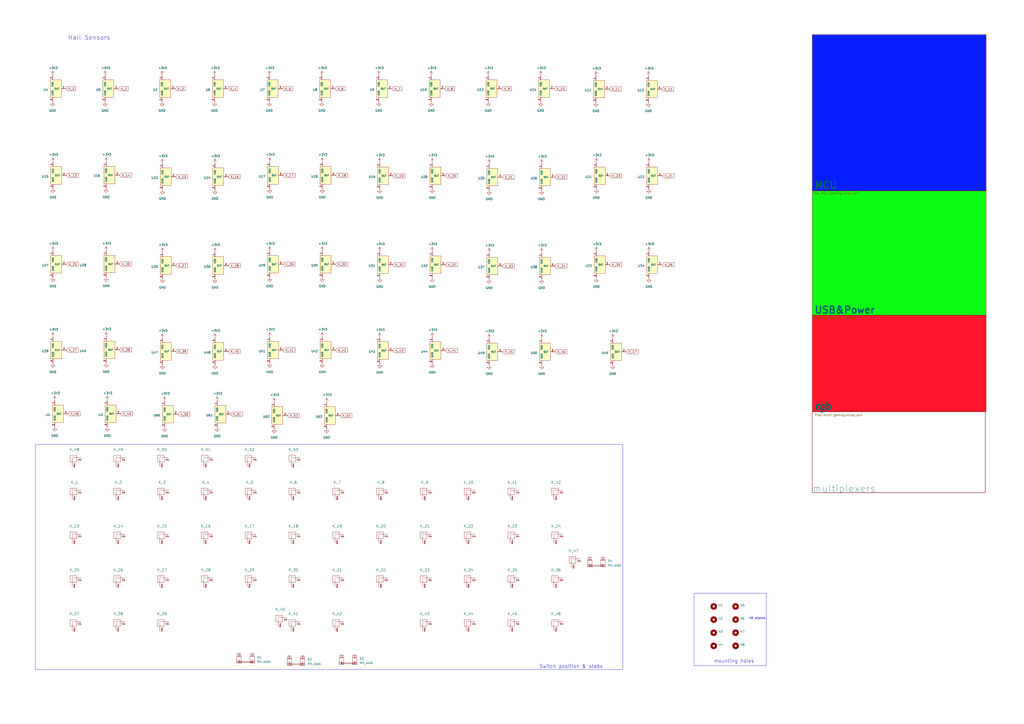
<source format=kicad_sch>
(kicad_sch (version 20230121) (generator eeschema)
  (paper "A2")
  (rectangle (start 402.59 344.17) (end 444.5 386.08))
  (rectangle (start 20.574 257.81) (end 361.188 388.366))
  (text "Switch position & stabs\n" (at 312.928 387.858 0) (effects (font (size 2 2)) (justify left bottom)))
  (text "Hall Sensors" (at 39.37 23.495 0) (effects (font (size 2.54 2.54)) (justify left bottom)))
  (text "mounting holes" (at 414.02 384.81 0) (effects (font (size 2 2)) (justify left bottom)))
  (text "H6 plated" (at 434.34 359.41 0) (effects (font (size 1.27 1.27)) (justify left bottom)))
  (global_label "K_44" (shape input) (at 258.318 203.327 0) (property "Intersheetrefs" "${INTERSHEET_REFS}" (effects hide)))
  (global_label "K_9" (shape input) (at 290.83 51.435 0) (property "Intersheetrefs" "${INTERSHEET_REFS}" (effects hide)))
  (global_label "K_6" (shape input) (at 194.31 51.435 0) (property "Intersheetrefs" "${INTERSHEET_REFS}" (effects hide)))
  (global_label "K_53" (shape input) (at 197.104 241.046 0) (property "Intersheetrefs" "${INTERSHEET_REFS}" (effects hide)))
  (global_label "K_16" (shape input) (at 132.334 102.489 0) (property "Intersheetrefs" "${INTERSHEET_REFS}" (effects hide)))
  (global_label "K_38" (shape input) (at 69.215 202.946 0) (property "Intersheetrefs" "${INTERSHEET_REFS}" (effects hide)))
  (global_label "K_4" (shape input) (at 132.08 51.435 0) (property "Intersheetrefs" "${INTERSHEET_REFS}" (effects hide)))
  (global_label "K_24" (shape input) (at 384.048 101.981 0) (property "Intersheetrefs" "${INTERSHEET_REFS}" (effects hide)))
  (global_label "K_25" (shape input) (at 38.354 153.289 0) (property "Intersheetrefs" "${INTERSHEET_REFS}" (effects hide)))
  (global_label "K_47" (shape input) (at 363.093 204.089 0) (property "Intersheetrefs" "${INTERSHEET_REFS}" (effects hide)))
  (global_label "K_17" (shape input) (at 164.084 101.727 0) (property "Intersheetrefs" "${INTERSHEET_REFS}" (effects hide)))
  (global_label "K_22" (shape input) (at 321.818 102.743 0) (property "Intersheetrefs" "${INTERSHEET_REFS}" (effects hide)))
  (global_label "K_18" (shape input) (at 194.564 101.727 0) (property "Intersheetrefs" "${INTERSHEET_REFS}" (effects hide)))
  (global_label "K_14" (shape input) (at 69.215 101.6 0) (property "Intersheetrefs" "${INTERSHEET_REFS}" (effects hide)))
  (global_label "K_21" (shape input) (at 291.338 102.743 0) (property "Intersheetrefs" "${INTERSHEET_REFS}" (effects hide)))
  (global_label "K_42" (shape input) (at 194.564 203.073 0) (property "Intersheetrefs" "${INTERSHEET_REFS}" (effects hide)))
  (global_label "K_48" (shape input) (at 39.37 240.03 0) (property "Intersheetrefs" "${INTERSHEET_REFS}" (effects hide)))
  (global_label "K_39" (shape input) (at 101.854 203.835 0) (property "Intersheetrefs" "${INTERSHEET_REFS}" (effects hide)))
  (global_label "K_11" (shape input) (at 353.314 51.689 0) (property "Intersheetrefs" "${INTERSHEET_REFS}" (effects hide)))
  (global_label "K_2" (shape input) (at 68.58 51.435 0) (property "Intersheetrefs" "${INTERSHEET_REFS}" (effects hide)))
  (global_label "K_15" (shape input) (at 101.854 102.489 0) (property "Intersheetrefs" "${INTERSHEET_REFS}" (effects hide)))
  (global_label "K_36" (shape input) (at 384.048 153.543 0) (property "Intersheetrefs" "${INTERSHEET_REFS}" (effects hide)))
  (global_label "K_20" (shape input) (at 258.318 101.981 0) (property "Intersheetrefs" "${INTERSHEET_REFS}" (effects hide)))
  (global_label "K_50" (shape input) (at 103.124 240.284 0) (property "Intersheetrefs" "${INTERSHEET_REFS}" (effects hide)))
  (global_label "K_13" (shape input) (at 38.354 101.727 0) (property "Intersheetrefs" "${INTERSHEET_REFS}" (effects hide)))
  (global_label "K_5" (shape input) (at 163.83 51.435 0) (property "Intersheetrefs" "${INTERSHEET_REFS}" (effects hide)))
  (global_label "K_35" (shape input) (at 353.568 153.543 0) (property "Intersheetrefs" "${INTERSHEET_REFS}" (effects hide)))
  (global_label "K_31" (shape input) (at 227.838 153.543 0) (property "Intersheetrefs" "${INTERSHEET_REFS}" (effects hide)))
  (global_label "K_26" (shape input) (at 69.215 153.162 0) (property "Intersheetrefs" "${INTERSHEET_REFS}" (effects hide)))
  (global_label "K_34" (shape input) (at 321.818 154.305 0) (property "Intersheetrefs" "${INTERSHEET_REFS}" (effects hide)))
  (global_label "K_43" (shape input) (at 227.838 203.327 0) (property "Intersheetrefs" "${INTERSHEET_REFS}" (effects hide)))
  (global_label "K_49" (shape input) (at 69.85 240.03 0) (property "Intersheetrefs" "${INTERSHEET_REFS}" (effects hide)))
  (global_label "K_10" (shape input) (at 321.31 51.435 0) (property "Intersheetrefs" "${INTERSHEET_REFS}" (effects hide)))
  (global_label "K_29" (shape input) (at 164.084 153.289 0) (property "Intersheetrefs" "${INTERSHEET_REFS}" (effects hide)))
  (global_label "K_40" (shape input) (at 132.334 203.835 0) (property "Intersheetrefs" "${INTERSHEET_REFS}" (effects hide)))
  (global_label "K_12" (shape input) (at 383.794 51.689 0) (property "Intersheetrefs" "${INTERSHEET_REFS}" (effects hide)))
  (global_label "K_37" (shape input) (at 38.354 203.073 0) (property "Intersheetrefs" "${INTERSHEET_REFS}" (effects hide)))
  (global_label "K_32" (shape input) (at 258.318 153.543 0) (property "Intersheetrefs" "${INTERSHEET_REFS}" (effects hide)))
  (global_label "K_33" (shape input) (at 291.338 154.305 0) (property "Intersheetrefs" "${INTERSHEET_REFS}" (effects hide)))
  (global_label "K_45" (shape input) (at 291.338 204.089 0) (property "Intersheetrefs" "${INTERSHEET_REFS}" (effects hide)))
  (global_label "K_7" (shape input) (at 227.33 51.435 0) (property "Intersheetrefs" "${INTERSHEET_REFS}" (effects hide)))
  (global_label "K_52" (shape input) (at 166.624 241.046 0) (property "Intersheetrefs" "${INTERSHEET_REFS}" (effects hide)))
  (global_label "K_23" (shape input) (at 353.568 101.981 0) (property "Intersheetrefs" "${INTERSHEET_REFS}" (effects hide)))
  (global_label "K_51" (shape input) (at 133.604 240.284 0) (property "Intersheetrefs" "${INTERSHEET_REFS}" (effects hide)))
  (global_label "K_28" (shape input) (at 132.334 154.051 0) (property "Intersheetrefs" "${INTERSHEET_REFS}" (effects hide)))
  (global_label "K_27" (shape input) (at 101.854 154.051 0) (property "Intersheetrefs" "${INTERSHEET_REFS}" (effects hide)))
  (global_label "K_30" (shape input) (at 194.564 153.289 0) (property "Intersheetrefs" "${INTERSHEET_REFS}" (effects hide)))
  (global_label "K_1" (shape input) (at 38.1 51.435 0) (property "Intersheetrefs" "${INTERSHEET_REFS}" (effects hide)))
  (global_label "K_3" (shape input) (at 101.6 51.435 0) (property "Intersheetrefs" "${INTERSHEET_REFS}" (effects hide)))
  (global_label "K_8" (shape input) (at 257.81 51.435 0) (property "Intersheetrefs" "${INTERSHEET_REFS}" (effects hide)))
  (global_label "K_41" (shape input) (at 164.084 203.073 0) (property "Intersheetrefs" "${INTERSHEET_REFS}" (effects hide)))
  (global_label "K_19" (shape input) (at 227.838 101.981 0) (property "Intersheetrefs" "${INTERSHEET_REFS}" (effects hide)))
  (global_label "K_46" (shape input) (at 321.818 204.089 0) (property "Intersheetrefs" "${INTERSHEET_REFS}" (effects hide)))
  (symbol (lib_id "PCM_marbastlib-mx:MX_stab") (at 171.704 383.286 0) (unit 1)
    (property "Reference" "S2" (at 178.308 382.524 0) (effects (justify left)))
    (property "Value" "MX_stab" (at 178.308 385.064 0) (effects (justify left)))
    (property "Footprint" "PCM_marbastlib-mx:STAB_MX_6.25u" (effects hide))
  )
  (symbol (lib_id "power:+3V3") (at 30.734 195.453 0) (unit 1)
    (property "Reference" "#PWR0188" (effects hide))
    (property "Value" "+3V3" (at 31.115 191.0588 0))
  )
  (symbol (lib_id "power:GND") (at 345.948 109.601 0) (unit 1)
    (property "Reference" "#PWR0128" (effects hide))
    (property "Value" "GND" (at 345.948 114.681 0))
  )
  (symbol (lib_id "49e:Hall_Sensor") (at 33.274 203.073 0) (unit 1)
    (property "Reference" "U39" (at 28.194 203.708 0) (effects (justify right)))
    (property "Value" "SLSS49E-3" (effects hide))
    (property "Footprint" "Package_TO_SOT_SMD:SOT-23" (effects hide))
    (property "Datasheet" "https://datasheet.lcsc.com/lcsc/2110081930_Slkor-SLKORMICRO-Elec--SLSS49E-3_C2904393.pdf" (effects hide))
    (property "LCSC Part" "C2904393" (effects hide))
    (property "LCSC" "C2904393" (effects hide))
  )
  (symbol (lib_id "MX_Alps_Hybrid:MX-NoLED") (at 170.18 285.75 0) (unit 1)
    (property "Reference" "K_6" (at 170.18 279.8318 0) (effects (font (size 1.524 1.524))))
    (property "Value" "KEYSW" (effects hide))
    (property "Footprint" "Moonpad:Wooting_1.00u" (effects hide))
  )
  (symbol (lib_id "MX_Alps_Hybrid:MX-NoLED") (at 246.38 361.95 0) (unit 1)
    (property "Reference" "K_43" (at 246.38 356.0318 0) (effects (font (size 1.524 1.524))))
    (property "Value" "KEYSW" (effects hide))
    (property "Footprint" "Moonpad:Wooting_1.00u" (effects hide))
  )
  (symbol (lib_id "power:+3V3") (at 186.69 43.815 0) (unit 1)
    (property "Reference" "#PWR061" (effects hide))
    (property "Value" "+3V3" (at 187.071 39.4208 0))
  )
  (symbol (lib_id "power:+3V3") (at 314.198 146.685 0) (unit 1)
    (property "Reference" "#PWR0151" (effects hide))
    (property "Value" "+3V3" (at 314.579 142.2908 0))
  )
  (symbol (lib_id "power:GND") (at 30.734 210.693 0) (unit 1)
    (property "Reference" "#PWR0212" (effects hide))
    (property "Value" "GND" (at 30.734 215.773 0))
  )
  (symbol (lib_id "power:GND") (at 124.714 211.455 0) (unit 1)
    (property "Reference" "#PWR0230" (effects hide))
    (property "Value" "GND" (at 124.714 216.535 0))
  )
  (symbol (lib_id "49e:Hall_Sensor") (at 96.774 203.835 0) (unit 1)
    (property "Reference" "U47" (at 91.694 204.47 0) (effects (justify right)))
    (property "Value" "SLSS49E-3" (effects hide))
    (property "Footprint" "Package_TO_SOT_SMD:SOT-23" (effects hide))
    (property "Datasheet" "https://datasheet.lcsc.com/lcsc/2110081930_Slkor-SLKORMICRO-Elec--SLSS49E-3_C2904393.pdf" (effects hide))
    (property "LCSC Part" "C2904393" (effects hide))
    (property "LCSC" "C2904393" (effects hide))
  )
  (symbol (lib_id "MX_Alps_Hybrid:MX-NoLED") (at 297.18 361.95 0) (unit 1)
    (property "Reference" "K_45" (at 297.18 356.0318 0) (effects (font (size 1.524 1.524))))
    (property "Value" "KEYSW" (effects hide))
    (property "Footprint" "Moonpad:Wooting_1.00u" (effects hide))
  )
  (symbol (lib_id "power:+3V3") (at 219.71 43.815 0) (unit 1)
    (property "Reference" "#PWR068" (effects hide))
    (property "Value" "+3V3" (at 220.091 39.4208 0))
  )
  (symbol (lib_id "MX_Alps_Hybrid:MX-NoLED") (at 170.18 266.7 0) (unit 1)
    (property "Reference" "K_53" (at 170.18 260.7818 0) (effects (font (size 1.524 1.524))))
    (property "Value" "KEYSW" (effects hide))
    (property "Footprint" "Moonpad:Wooting_1.00u" (effects hide))
  )
  (symbol (lib_id "MX_Alps_Hybrid:MX-NoLED") (at 271.78 285.75 0) (unit 1)
    (property "Reference" "K_10" (at 271.78 279.8318 0) (effects (font (size 1.524 1.524))))
    (property "Value" "KEYSW" (effects hide))
    (property "Footprint" "Moonpad:Wooting_1.00u" (effects hide))
  )
  (symbol (lib_id "power:+3V3") (at 283.718 95.123 0) (unit 1)
    (property "Reference" "#PWR0102" (effects hide))
    (property "Value" "+3V3" (at 284.099 90.7288 0))
  )
  (symbol (lib_id "power:+3V3") (at 62.23 232.41 0) (unit 1)
    (property "Reference" "#PWR04" (effects hide))
    (property "Value" "+3V3" (at 62.611 228.0158 0))
  )
  (symbol (lib_id "49e:Hall_Sensor") (at 286.258 154.305 0) (unit 1)
    (property "Reference" "U37" (at 281.178 154.94 0) (effects (justify right)))
    (property "Value" "SLSS49E-3" (effects hide))
    (property "Footprint" "Package_TO_SOT_SMD:SOT-23" (effects hide))
    (property "Datasheet" "https://datasheet.lcsc.com/lcsc/2110081930_Slkor-SLKORMICRO-Elec--SLSS49E-3_C2904393.pdf" (effects hide))
    (property "LCSC Part" "C2904393" (effects hide))
    (property "LCSC" "C2904393" (effects hide))
  )
  (symbol (lib_id "power:GND") (at 93.98 59.055 0) (unit 1)
    (property "Reference" "#PWR056" (effects hide))
    (property "Value" "GND" (at 93.98 64.135 0))
  )
  (symbol (lib_id "power:+3V3") (at 250.698 145.923 0) (unit 1)
    (property "Reference" "#PWR0145" (effects hide))
    (property "Value" "+3V3" (at 251.079 141.5288 0))
  )
  (symbol (lib_id "49e:Hall_Sensor") (at 378.968 153.543 0) (unit 1)
    (property "Reference" "U34" (at 373.888 154.178 0) (effects (justify right)))
    (property "Value" "SLSS49E-3" (effects hide))
    (property "Footprint" "Package_TO_SOT_SMD:SOT-23" (effects hide))
    (property "Datasheet" "https://datasheet.lcsc.com/lcsc/2110081930_Slkor-SLKORMICRO-Elec--SLSS49E-3_C2904393.pdf" (effects hide))
    (property "LCSC Part" "C2904393" (effects hide))
    (property "LCSC" "C2904393" (effects hide))
  )
  (symbol (lib_id "MX_Alps_Hybrid:MX-NoLED") (at 170.18 311.15 0) (unit 1)
    (property "Reference" "K_18" (at 170.18 305.2318 0) (effects (font (size 1.524 1.524))))
    (property "Value" "KEYSW" (effects hide))
    (property "Footprint" "Moonpad:Wooting_1.00u" (effects hide))
  )
  (symbol (lib_id "power:GND") (at 61.595 160.782 0) (unit 1)
    (property "Reference" "#PWR0166" (effects hide))
    (property "Value" "GND" (at 61.595 165.862 0))
  )
  (symbol (lib_id "MX_Alps_Hybrid:MX-NoLED") (at 220.98 311.15 0) (unit 1)
    (property "Reference" "K_20" (at 220.98 305.2318 0) (effects (font (size 1.524 1.524))))
    (property "Value" "KEYSW" (effects hide))
    (property "Footprint" "Moonpad:Wooting_1.00u" (effects hide))
  )
  (symbol (lib_id "49e:Hall_Sensor") (at 253.238 153.543 0) (unit 1)
    (property "Reference" "U32" (at 248.158 154.178 0) (effects (justify right)))
    (property "Value" "SLSS49E-3" (effects hide))
    (property "Footprint" "Package_TO_SOT_SMD:SOT-23" (effects hide))
    (property "Datasheet" "https://datasheet.lcsc.com/lcsc/2110081930_Slkor-SLKORMICRO-Elec--SLSS49E-3_C2904393.pdf" (effects hide))
    (property "LCSC Part" "C2904393" (effects hide))
    (property "LCSC" "C2904393" (effects hide))
  )
  (symbol (lib_id "MX_Alps_Hybrid:MX-NoLED") (at 144.78 266.7 0) (unit 1)
    (property "Reference" "K_52" (at 144.78 260.7818 0) (effects (font (size 1.524 1.524))))
    (property "Value" "KEYSW" (effects hide))
    (property "Footprint" "Moonpad:Wooting_1.00u" (effects hide))
  )
  (symbol (lib_id "power:GND") (at 314.198 211.709 0) (unit 1)
    (property "Reference" "#PWR0234" (effects hide))
    (property "Value" "GND" (at 314.198 216.789 0))
  )
  (symbol (lib_id "power:GND") (at 355.473 211.709 0) (unit 1)
    (property "Reference" "#PWR0206" (effects hide))
    (property "Value" "GND" (at 355.473 216.789 0))
  )
  (symbol (lib_id "power:GND") (at 283.21 59.055 0) (unit 1)
    (property "Reference" "#PWR088" (effects hide))
    (property "Value" "GND" (at 283.21 64.135 0))
  )
  (symbol (lib_id "power:+3V3") (at 283.21 43.815 0) (unit 1)
    (property "Reference" "#PWR072" (effects hide))
    (property "Value" "+3V3" (at 283.591 39.4208 0))
  )
  (symbol (lib_id "power:+3V3") (at 250.698 94.361 0) (unit 1)
    (property "Reference" "#PWR097" (effects hide))
    (property "Value" "+3V3" (at 251.079 89.9668 0))
  )
  (symbol (lib_id "power:+3V3") (at 220.218 195.707 0) (unit 1)
    (property "Reference" "#PWR0192" (effects hide))
    (property "Value" "+3V3" (at 220.599 191.3128 0))
  )
  (symbol (lib_id "power:+3V3") (at 220.218 94.361 0) (unit 1)
    (property "Reference" "#PWR096" (effects hide))
    (property "Value" "+3V3" (at 220.599 89.9668 0))
  )
  (symbol (lib_id "power:GND") (at 124.46 59.055 0) (unit 1)
    (property "Reference" "#PWR058" (effects hide))
    (property "Value" "GND" (at 124.46 64.135 0))
  )
  (symbol (lib_id "MX_Alps_Hybrid:MX-NoLED") (at 322.58 336.55 0) (unit 1)
    (property "Reference" "K_36" (at 322.58 330.6318 0) (effects (font (size 1.524 1.524))))
    (property "Value" "KEYSW" (effects hide))
    (property "Footprint" "Moonpad:Wooting_1.00u" (effects hide))
  )
  (symbol (lib_id "49e:Hall_Sensor") (at 222.758 101.981 0) (unit 1)
    (property "Reference" "U19" (at 217.678 102.616 0) (effects (justify right)))
    (property "Value" "SLSS49E-3" (effects hide))
    (property "Footprint" "Package_TO_SOT_SMD:SOT-23" (effects hide))
    (property "Datasheet" "https://datasheet.lcsc.com/lcsc/2110081930_Slkor-SLKORMICRO-Elec--SLSS49E-3_C2904393.pdf" (effects hide))
    (property "LCSC Part" "C2904393" (effects hide))
    (property "LCSC" "C2904393" (effects hide))
  )
  (symbol (lib_id "power:+3V3") (at 314.198 95.123 0) (unit 1)
    (property "Reference" "#PWR0103" (effects hide))
    (property "Value" "+3V3" (at 314.579 90.7288 0))
  )
  (symbol (lib_id "49e:Hall_Sensor") (at 378.714 51.689 0) (unit 1)
    (property "Reference" "U12" (at 373.634 52.324 0) (effects (justify right)))
    (property "Value" "SLSS49E-3" (effects hide))
    (property "Footprint" "Package_TO_SOT_SMD:SOT-23" (effects hide))
    (property "Datasheet" "https://datasheet.lcsc.com/lcsc/2110081930_Slkor-SLKORMICRO-Elec--SLSS49E-3_C2904393.pdf" (effects hide))
    (property "LCSC Part" "C2904393" (effects hide))
    (property "LCSC" "C2904393" (effects hide))
  )
  (symbol (lib_id "power:+3V3") (at 61.595 145.542 0) (unit 1)
    (property "Reference" "#PWR0141" (effects hide))
    (property "Value" "+3V3" (at 61.976 141.1478 0))
  )
  (symbol (lib_id "power:+3V3") (at 95.504 232.664 0) (unit 1)
    (property "Reference" "#PWR05" (effects hide))
    (property "Value" "+3V3" (at 95.885 228.2698 0))
  )
  (symbol (lib_id "power:+3V3") (at 124.46 43.815 0) (unit 1)
    (property "Reference" "#PWR053" (effects hide))
    (property "Value" "+3V3" (at 124.841 39.4208 0))
  )
  (symbol (lib_id "power:+3V3") (at 186.944 195.453 0) (unit 1)
    (property "Reference" "#PWR0191" (effects hide))
    (property "Value" "+3V3" (at 187.325 191.0588 0))
  )
  (symbol (lib_id "MX_Alps_Hybrid:MX-NoLED") (at 93.98 285.75 0) (unit 1)
    (property "Reference" "K_3" (at 93.98 279.8318 0) (effects (font (size 1.524 1.524))))
    (property "Value" "KEYSW" (effects hide))
    (property "Footprint" "Moonpad:Wooting_1.00u" (effects hide))
  )
  (symbol (lib_id "MX_Alps_Hybrid:MX-NoLED") (at 297.18 336.55 0) (unit 1)
    (property "Reference" "K_35" (at 297.18 330.6318 0) (effects (font (size 1.524 1.524))))
    (property "Value" "KEYSW" (effects hide))
    (property "Footprint" "Moonpad:Wooting_1.00u" (effects hide))
  )
  (symbol (lib_id "49e:Hall_Sensor") (at 127 51.435 0) (unit 1)
    (property "Reference" "U6" (at 121.92 52.07 0) (effects (justify right)))
    (property "Value" "SLSS49E-3" (effects hide))
    (property "Footprint" "Package_TO_SOT_SMD:SOT-23" (effects hide))
    (property "Datasheet" "https://datasheet.lcsc.com/lcsc/2110081930_Slkor-SLKORMICRO-Elec--SLSS49E-3_C2904393.pdf" (effects hide))
    (property "LCSC Part" "C2904393" (effects hide))
    (property "LCSC" "C2904393" (effects hide))
  )
  (symbol (lib_id "49e:Hall_Sensor") (at 286.258 204.089 0) (unit 1)
    (property "Reference" "U49" (at 281.178 204.724 0) (effects (justify right)))
    (property "Value" "SLSS49E-3" (effects hide))
    (property "Footprint" "Package_TO_SOT_SMD:SOT-23" (effects hide))
    (property "Datasheet" "https://datasheet.lcsc.com/lcsc/2110081930_Slkor-SLKORMICRO-Elec--SLSS49E-3_C2904393.pdf" (effects hide))
    (property "LCSC Part" "C2904393" (effects hide))
    (property "LCSC" "C2904393" (effects hide))
  )
  (symbol (lib_id "49e:Hall_Sensor") (at 98.044 240.284 0) (unit 1)
    (property "Reference" "U60" (at 92.964 240.919 0) (effects (justify right)))
    (property "Value" "SLSS49E-3" (effects hide))
    (property "Footprint" "Package_TO_SOT_SMD:SOT-23" (effects hide))
    (property "Datasheet" "https://datasheet.lcsc.com/lcsc/2110081930_Slkor-SLKORMICRO-Elec--SLSS49E-3_C2904393.pdf" (effects hide))
    (property "LCSC Part" "C2904393" (effects hide))
    (property "LCSC" "C2904393" (effects hide))
  )
  (symbol (lib_id "49e:Hall_Sensor") (at 34.29 240.03 0) (unit 1)
    (property "Reference" "U1" (at 29.21 240.665 0) (effects (justify right)))
    (property "Value" "SLSS49E-3" (effects hide))
    (property "Footprint" "Package_TO_SOT_SMD:SOT-23" (effects hide))
    (property "Datasheet" "https://datasheet.lcsc.com/lcsc/2110081930_Slkor-SLKORMICRO-Elec--SLSS49E-3_C2904393.pdf" (effects hide))
    (property "LCSC Part" "C2904393" (effects hide))
    (property "LCSC" "C2904393" (effects hide))
  )
  (symbol (lib_id "MX_Alps_Hybrid:MX-NoLED") (at 271.78 311.15 0) (unit 1)
    (property "Reference" "K_22" (at 271.78 305.2318 0) (effects (font (size 1.524 1.524))))
    (property "Value" "KEYSW" (effects hide))
    (property "Footprint" "Moonpad:Wooting_1.00u" (effects hide))
  )
  (symbol (lib_id "MX_Alps_Hybrid:MX-NoLED") (at 93.98 361.95 0) (unit 1)
    (property "Reference" "K_39" (at 93.98 356.0318 0) (effects (font (size 1.524 1.524))))
    (property "Value" "KEYSW" (effects hide))
    (property "Footprint" "Moonpad:Wooting_1.00u" (effects hide))
  )
  (symbol (lib_id "Mechanical:MountingHole") (at 426.72 351.79 0) (unit 1)
    (property "Reference" "H5" (at 429.26 351.155 0) (effects (justify left)))
    (property "Value" "MountingHole" (effects hide))
    (property "Footprint" "MountingHole:MountingHole_2.2mm_M2" (effects hide))
  )
  (symbol (lib_id "power:GND") (at 283.718 161.925 0) (unit 1)
    (property "Reference" "#PWR0184" (effects hide))
    (property "Value" "GND" (at 283.718 167.005 0))
  )
  (symbol (lib_id "power:GND") (at 186.944 109.347 0) (unit 1)
    (property "Reference" "#PWR0122" (effects hide))
    (property "Value" "GND" (at 186.944 114.427 0))
  )
  (symbol (lib_id "power:+3V3") (at 283.718 196.469 0) (unit 1)
    (property "Reference" "#PWR0198" (effects hide))
    (property "Value" "+3V3" (at 284.099 192.0748 0))
  )
  (symbol (lib_id "49e:Hall_Sensor") (at 348.488 101.981 0) (unit 1)
    (property "Reference" "U21" (at 343.408 102.616 0) (effects (justify right)))
    (property "Value" "SLSS49E-3" (effects hide))
    (property "Footprint" "Package_TO_SOT_SMD:SOT-23" (effects hide))
    (property "Datasheet" "https://datasheet.lcsc.com/lcsc/2110081930_Slkor-SLKORMICRO-Elec--SLSS49E-3_C2904393.pdf" (effects hide))
    (property "LCSC Part" "C2904393" (effects hide))
    (property "LCSC" "C2904393" (effects hide))
  )
  (symbol (lib_id "power:+3V3") (at 376.174 44.069 0) (unit 1)
    (property "Reference" "#PWR071" (effects hide))
    (property "Value" "+3V3" (at 376.555 39.6748 0))
  )
  (symbol (lib_id "MX_Alps_Hybrid:MX-NoLED") (at 144.78 311.15 0) (unit 1)
    (property "Reference" "K_17" (at 144.78 305.2318 0) (effects (font (size 1.524 1.524))))
    (property "Value" "KEYSW" (effects hide))
    (property "Footprint" "Moonpad:Wooting_1.00u" (effects hide))
  )
  (symbol (lib_id "49e:Hall_Sensor") (at 127.254 154.051 0) (unit 1)
    (property "Reference" "U36" (at 122.174 154.686 0) (effects (justify right)))
    (property "Value" "SLSS49E-3" (effects hide))
    (property "Footprint" "Package_TO_SOT_SMD:SOT-23" (effects hide))
    (property "Datasheet" "https://datasheet.lcsc.com/lcsc/2110081930_Slkor-SLKORMICRO-Elec--SLSS49E-3_C2904393.pdf" (effects hide))
    (property "LCSC Part" "C2904393" (effects hide))
    (property "LCSC" "C2904393" (effects hide))
  )
  (symbol (lib_id "power:+3V3") (at 30.734 94.107 0) (unit 1)
    (property "Reference" "#PWR092" (effects hide))
    (property "Value" "+3V3" (at 31.115 89.7128 0))
  )
  (symbol (lib_id "49e:Hall_Sensor") (at 316.738 154.305 0) (unit 1)
    (property "Reference" "U38" (at 311.658 154.94 0) (effects (justify right)))
    (property "Value" "SLSS49E-3" (effects hide))
    (property "Footprint" "Package_TO_SOT_SMD:SOT-23" (effects hide))
    (property "Datasheet" "https://datasheet.lcsc.com/lcsc/2110081930_Slkor-SLKORMICRO-Elec--SLSS49E-3_C2904393.pdf" (effects hide))
    (property "LCSC Part" "C2904393" (effects hide))
    (property "LCSC" "C2904393" (effects hide))
  )
  (symbol (lib_id "49e:Hall_Sensor") (at 96.52 51.435 0) (unit 1)
    (property "Reference" "U2" (at 91.44 52.07 0) (effects (justify right)))
    (property "Value" "SLSS49E-3" (effects hide))
    (property "Footprint" "Package_TO_SOT_SMD:SOT-23" (effects hide))
    (property "Datasheet" "https://datasheet.lcsc.com/lcsc/2110081930_Slkor-SLKORMICRO-Elec--SLSS49E-3_C2904393.pdf" (effects hide))
    (property "LCSC Part" "C2904393" (effects hide))
    (property "LCSC" "C2904393" (effects hide))
  )
  (symbol (lib_id "power:+3V3") (at 125.984 232.664 0) (unit 1)
    (property "Reference" "#PWR06" (effects hide))
    (property "Value" "+3V3" (at 126.365 228.2698 0))
  )
  (symbol (lib_id "49e:Hall_Sensor") (at 33.274 153.289 0) (unit 1)
    (property "Reference" "U27" (at 28.194 153.924 0) (effects (justify right)))
    (property "Value" "SLSS49E-3" (effects hide))
    (property "Footprint" "Package_TO_SOT_SMD:SOT-23" (effects hide))
    (property "Datasheet" "https://datasheet.lcsc.com/lcsc/2110081930_Slkor-SLKORMICRO-Elec--SLSS49E-3_C2904393.pdf" (effects hide))
    (property "LCSC Part" "C2904393" (effects hide))
    (property "LCSC" "C2904393" (effects hide))
  )
  (symbol (lib_id "MX_Alps_Hybrid:MX-NoLED") (at 119.38 311.15 0) (unit 1)
    (property "Reference" "K_16" (at 119.38 305.2318 0) (effects (font (size 1.524 1.524))))
    (property "Value" "KEYSW" (effects hide))
    (property "Footprint" "Moonpad:Wooting_1.00u" (effects hide))
  )
  (symbol (lib_id "49e:Hall_Sensor") (at 63.5 51.435 0) (unit 1)
    (property "Reference" "U5" (at 58.42 52.07 0) (effects (justify right)))
    (property "Value" "SLSS49E-3" (effects hide))
    (property "Footprint" "Package_TO_SOT_SMD:SOT-23" (effects hide))
    (property "Datasheet" "https://datasheet.lcsc.com/lcsc/2110081930_Slkor-SLKORMICRO-Elec--SLSS49E-3_C2904393.pdf" (effects hide))
    (property "LCSC Part" "C2904393" (effects hide))
    (property "LCSC" "C2904393" (effects hide))
  )
  (symbol (lib_id "MX_Alps_Hybrid:MX-NoLED") (at 195.58 361.95 0) (unit 1)
    (property "Reference" "K_42" (at 195.58 356.0318 0) (effects (font (size 1.524 1.524))))
    (property "Value" "KEYSW" (effects hide))
    (property "Footprint" "Moonpad:Wooting_1.00u" (effects hide))
  )
  (symbol (lib_id "power:GND") (at 376.428 161.163 0) (unit 1)
    (property "Reference" "#PWR0178" (effects hide))
    (property "Value" "GND" (at 376.428 166.243 0))
  )
  (symbol (lib_id "power:+3V3") (at 94.234 196.215 0) (unit 1)
    (property "Reference" "#PWR0196" (effects hide))
    (property "Value" "+3V3" (at 94.615 191.8208 0))
  )
  (symbol (lib_id "power:+3V3") (at 61.595 195.326 0) (unit 1)
    (property "Reference" "#PWR0189" (effects hide))
    (property "Value" "+3V3" (at 61.976 190.9318 0))
  )
  (symbol (lib_id "49e:Hall_Sensor") (at 96.774 154.051 0) (unit 1)
    (property "Reference" "U35" (at 91.694 154.686 0) (effects (justify right)))
    (property "Value" "SLSS49E-3" (effects hide))
    (property "Footprint" "Package_TO_SOT_SMD:SOT-23" (effects hide))
    (property "Datasheet" "https://datasheet.lcsc.com/lcsc/2110081930_Slkor-SLKORMICRO-Elec--SLSS49E-3_C2904393.pdf" (effects hide))
    (property "LCSC Part" "C2904393" (effects hide))
    (property "LCSC" "C2904393" (effects hide))
  )
  (symbol (lib_id "49e:Hall_Sensor") (at 189.23 51.435 0) (unit 1)
    (property "Reference" "U8" (at 184.15 52.07 0) (effects (justify right)))
    (property "Value" "SLSS49E-3" (effects hide))
    (property "Footprint" "Package_TO_SOT_SMD:SOT-23" (effects hide))
    (property "Datasheet" "https://datasheet.lcsc.com/lcsc/2110081930_Slkor-SLKORMICRO-Elec--SLSS49E-3_C2904393.pdf" (effects hide))
    (property "LCSC Part" "C2904393" (effects hide))
    (property "LCSC" "C2904393" (effects hide))
  )
  (symbol (lib_id "power:+3V3") (at 156.464 195.453 0) (unit 1)
    (property "Reference" "#PWR0190" (effects hide))
    (property "Value" "+3V3" (at 156.845 191.0588 0))
  )
  (symbol (lib_id "power:GND") (at 250.698 161.163 0) (unit 1)
    (property "Reference" "#PWR0174" (effects hide))
    (property "Value" "GND" (at 250.698 166.243 0))
  )
  (symbol (lib_id "MX_Alps_Hybrid:MX-NoLED") (at 271.78 361.95 0) (unit 1)
    (property "Reference" "K_44" (at 271.78 356.0318 0) (effects (font (size 1.524 1.524))))
    (property "Value" "KEYSW" (effects hide))
    (property "Footprint" "Moonpad:Wooting_1.00u" (effects hide))
  )
  (symbol (lib_id "power:+3V3") (at 124.714 146.431 0) (unit 1)
    (property "Reference" "#PWR0149" (effects hide))
    (property "Value" "+3V3" (at 125.095 142.0368 0))
  )
  (symbol (lib_id "49e:Hall_Sensor") (at 252.73 51.435 0) (unit 1)
    (property "Reference" "U10" (at 247.65 52.07 0) (effects (justify right)))
    (property "Value" "SLSS49E-3" (effects hide))
    (property "Footprint" "Package_TO_SOT_SMD:SOT-23" (effects hide))
    (property "Datasheet" "https://datasheet.lcsc.com/lcsc/2110081930_Slkor-SLKORMICRO-Elec--SLSS49E-3_C2904393.pdf" (effects hide))
    (property "LCSC Part" "C2904393" (effects hide))
    (property "LCSC" "C2904393" (effects hide))
  )
  (symbol (lib_id "MX_Alps_Hybrid:MX-NoLED") (at 144.78 336.55 0) (unit 1)
    (property "Reference" "K_29" (at 144.78 330.6318 0) (effects (font (size 1.524 1.524))))
    (property "Value" "KEYSW" (effects hide))
    (property "Footprint" "Moonpad:Wooting_1.00u" (effects hide))
  )
  (symbol (lib_id "power:GND") (at 94.234 161.671 0) (unit 1)
    (property "Reference" "#PWR0180" (effects hide))
    (property "Value" "GND" (at 94.234 166.751 0))
  )
  (symbol (lib_id "MX_Alps_Hybrid:MX-NoLED") (at 220.98 285.75 0) (unit 1)
    (property "Reference" "K_8" (at 220.98 279.8318 0) (effects (font (size 1.524 1.524))))
    (property "Value" "KEYSW" (effects hide))
    (property "Footprint" "Moonpad:Wooting_1.00u" (effects hide))
  )
  (symbol (lib_id "power:+3V3") (at 159.004 233.426 0) (unit 1)
    (property "Reference" "#PWR08" (effects hide))
    (property "Value" "+3V3" (at 159.385 229.0318 0))
  )
  (symbol (lib_id "MX_Alps_Hybrid:MX-NoLED") (at 43.18 361.95 0) (unit 1)
    (property "Reference" "K_37" (at 43.18 356.0318 0) (effects (font (size 1.524 1.524))))
    (property "Value" "KEYSW" (effects hide))
    (property "Footprint" "Moonpad:Wooting_1.00u" (effects hide))
  )
  (symbol (lib_id "power:+3V3") (at 156.464 145.669 0) (unit 1)
    (property "Reference" "#PWR0142" (effects hide))
    (property "Value" "+3V3" (at 156.845 141.2748 0))
  )
  (symbol (lib_id "MX_Alps_Hybrid:MX-NoLED") (at 68.58 361.95 0) (unit 1)
    (property "Reference" "K_38" (at 68.58 356.0318 0) (effects (font (size 1.524 1.524))))
    (property "Value" "KEYSW" (effects hide))
    (property "Footprint" "Moonpad:Wooting_1.00u" (effects hide))
  )
  (symbol (lib_id "MX_Alps_Hybrid:MX-NoLED") (at 332.74 325.374 0) (unit 1)
    (property "Reference" "K_47" (at 332.74 319.4558 0) (effects (font (size 1.524 1.524))))
    (property "Value" "KEYSW" (effects hide))
    (property "Footprint" "Moonpad:Wooting_1.00u" (effects hide))
  )
  (symbol (lib_id "power:GND") (at 220.218 210.947 0) (unit 1)
    (property "Reference" "#PWR0220" (effects hide))
    (property "Value" "GND" (at 220.218 216.027 0))
  )
  (symbol (lib_id "power:GND") (at 30.734 109.347 0) (unit 1)
    (property "Reference" "#PWR0116" (effects hide))
    (property "Value" "GND" (at 30.734 114.427 0))
  )
  (symbol (lib_id "PCM_marbastlib-mx:MX_stab") (at 345.948 326.136 0) (unit 1)
    (property "Reference" "S4" (at 352.552 325.374 0) (effects (justify left)))
    (property "Value" "MX_stab" (at 352.552 327.914 0) (effects (justify left)))
    (property "Footprint" "PCM_marbastlib-mx:STAB_MX_ISO-ROT" (effects hide))
  )
  (symbol (lib_id "power:GND") (at 376.428 109.601 0) (unit 1)
    (property "Reference" "#PWR0130" (effects hide))
    (property "Value" "GND" (at 376.428 114.681 0))
  )
  (symbol (lib_id "power:+3V3") (at 283.718 146.685 0) (unit 1)
    (property "Reference" "#PWR0150" (effects hide))
    (property "Value" "+3V3" (at 284.099 142.2908 0))
  )
  (symbol (lib_id "power:+3V3") (at 93.98 43.815 0) (unit 1)
    (property "Reference" "#PWR052" (effects hide))
    (property "Value" "+3V3" (at 94.361 39.4208 0))
  )
  (symbol (lib_id "49e:Hall_Sensor") (at 222.25 51.435 0) (unit 1)
    (property "Reference" "U9" (at 217.17 52.07 0) (effects (justify right)))
    (property "Value" "SLSS49E-3" (effects hide))
    (property "Footprint" "Package_TO_SOT_SMD:SOT-23" (effects hide))
    (property "Datasheet" "https://datasheet.lcsc.com/lcsc/2110081930_Slkor-SLKORMICRO-Elec--SLSS49E-3_C2904393.pdf" (effects hide))
    (property "LCSC Part" "C2904393" (effects hide))
    (property "LCSC" "C2904393" (effects hide))
  )
  (symbol (lib_id "power:+3V3") (at 30.48 43.815 0) (unit 1)
    (property "Reference" "#PWR07" (effects hide))
    (property "Value" "+3V3" (at 30.861 39.4208 0))
  )
  (symbol (lib_id "power:+3V3") (at 156.464 94.107 0) (unit 1)
    (property "Reference" "#PWR094" (effects hide))
    (property "Value" "+3V3" (at 156.845 89.7128 0))
  )
  (symbol (lib_id "power:GND") (at 314.198 161.925 0) (unit 1)
    (property "Reference" "#PWR0186" (effects hide))
    (property "Value" "GND" (at 314.198 167.005 0))
  )
  (symbol (lib_id "MX_Alps_Hybrid:MX-NoLED") (at 246.38 311.15 0) (unit 1)
    (property "Reference" "K_21" (at 246.38 305.2318 0) (effects (font (size 1.524 1.524))))
    (property "Value" "KEYSW" (effects hide))
    (property "Footprint" "Moonpad:Wooting_1.00u" (effects hide))
  )
  (symbol (lib_id "power:GND") (at 186.69 59.055 0) (unit 1)
    (property "Reference" "#PWR066" (effects hide))
    (property "Value" "GND" (at 186.69 64.135 0))
  )
  (symbol (lib_id "power:GND") (at 250.19 59.055 0) (unit 1)
    (property "Reference" "#PWR082" (effects hide))
    (property "Value" "GND" (at 250.19 64.135 0))
  )
  (symbol (lib_id "49e:Hall_Sensor") (at 64.135 202.946 0) (unit 1)
    (property "Reference" "U40" (at 50.165 203.581 0) (effects (justify right)))
    (property "Value" "SLSS49E-3" (effects hide))
    (property "Footprint" "Package_TO_SOT_SMD:SOT-23" (effects hide))
    (property "Datasheet" "https://datasheet.lcsc.com/lcsc/2110081930_Slkor-SLKORMICRO-Elec--SLSS49E-3_C2904393.pdf" (effects hide))
    (property "LCSC Part" "C2904393" (effects hide))
    (property "LCSC" "C2904393" (effects hide))
  )
  (symbol (lib_id "MX_Alps_Hybrid:MX-NoLED") (at 119.38 285.75 0) (unit 1)
    (property "Reference" "K_4" (at 119.38 279.8318 0) (effects (font (size 1.524 1.524))))
    (property "Value" "KEYSW" (effects hide))
    (property "Footprint" "Moonpad:Wooting_1.00u" (effects hide))
  )
  (symbol (lib_id "MX_Alps_Hybrid:MX-NoLED") (at 271.78 336.55 0) (unit 1)
    (property "Reference" "K_34" (at 271.78 330.6318 0) (effects (font (size 1.524 1.524))))
    (property "Value" "KEYSW" (effects hide))
    (property "Footprint" "Moonpad:Wooting_1.00u" (effects hide))
  )
  (symbol (lib_id "49e:Hall_Sensor") (at 192.024 241.046 0) (unit 1)
    (property "Reference" "U63" (at 186.944 241.681 0) (effects (justify right)))
    (property "Value" "SLSS49E-3" (effects hide))
    (property "Footprint" "Package_TO_SOT_SMD:SOT-23" (effects hide))
    (property "Datasheet" "https://datasheet.lcsc.com/lcsc/2110081930_Slkor-SLKORMICRO-Elec--SLSS49E-3_C2904393.pdf" (effects hide))
    (property "LCSC Part" "C2904393" (effects hide))
    (property "LCSC" "C2904393" (effects hide))
  )
  (symbol (lib_id "power:GND") (at 94.234 211.455 0) (unit 1)
    (property "Reference" "#PWR0228" (effects hide))
    (property "Value" "GND" (at 94.234 216.535 0))
  )
  (symbol (lib_id "49e:Hall_Sensor") (at 33.02 51.435 0) (unit 1)
    (property "Reference" "U4" (at 27.94 52.07 0) (effects (justify right)))
    (property "Value" "SLSS49E-3" (effects hide))
    (property "Footprint" "Package_TO_SOT_SMD:SOT-23" (effects hide))
    (property "Datasheet" "https://datasheet.lcsc.com/lcsc/2110081930_Slkor-SLKORMICRO-Elec--SLSS49E-3_C2904393.pdf" (effects hide))
    (property "LCSC Part" "C2904393" (effects hide))
    (property "LCSC" "C2904393" (effects hide))
  )
  (symbol (lib_id "49e:Hall_Sensor") (at 378.968 101.981 0) (unit 1)
    (property "Reference" "U22" (at 373.888 102.616 0) (effects (justify right)))
    (property "Value" "SLSS49E-3" (effects hide))
    (property "Footprint" "Package_TO_SOT_SMD:SOT-23" (effects hide))
    (property "Datasheet" "https://datasheet.lcsc.com/lcsc/2110081930_Slkor-SLKORMICRO-Elec--SLSS49E-3_C2904393.pdf" (effects hide))
    (property "LCSC Part" "C2904393" (effects hide))
    (property "LCSC" "C2904393" (effects hide))
  )
  (symbol (lib_id "power:+3V3") (at 94.234 94.869 0) (unit 1)
    (property "Reference" "#PWR0100" (effects hide))
    (property "Value" "+3V3" (at 94.615 90.4748 0))
  )
  (symbol (lib_id "49e:Hall_Sensor") (at 189.484 153.289 0) (unit 1)
    (property "Reference" "U30" (at 184.404 153.924 0) (effects (justify right)))
    (property "Value" "SLSS49E-3" (effects hide))
    (property "Footprint" "Package_TO_SOT_SMD:SOT-23" (effects hide))
    (property "Datasheet" "https://datasheet.lcsc.com/lcsc/2110081930_Slkor-SLKORMICRO-Elec--SLSS49E-3_C2904393.pdf" (effects hide))
    (property "LCSC Part" "C2904393" (effects hide))
    (property "LCSC" "C2904393" (effects hide))
  )
  (symbol (lib_id "Mechanical:MountingHole") (at 414.02 351.79 0) (unit 1)
    (property "Reference" "H1" (at 416.56 351.155 0) (effects (justify left)))
    (property "Value" "MountingHole" (effects hide))
    (property "Footprint" "MountingHole:MountingHole_2.2mm_M2" (effects hide))
  )
  (symbol (lib_id "MX_Alps_Hybrid:MX-NoLED") (at 195.58 311.15 0) (unit 1)
    (property "Reference" "K_19" (at 195.58 305.2318 0) (effects (font (size 1.524 1.524))))
    (property "Value" "KEYSW" (effects hide))
    (property "Footprint" "Moonpad:Wooting_1.00u" (effects hide))
  )
  (symbol (lib_id "power:+3V3") (at 186.944 145.669 0) (unit 1)
    (property "Reference" "#PWR0143" (effects hide))
    (property "Value" "+3V3" (at 187.325 141.2748 0))
  )
  (symbol (lib_id "49e:Hall_Sensor") (at 348.234 51.689 0) (unit 1)
    (property "Reference" "U11" (at 343.154 52.324 0) (effects (justify right)))
    (property "Value" "SLSS49E-3" (effects hide))
    (property "Footprint" "Package_TO_SOT_SMD:SOT-23" (effects hide))
    (property "Datasheet" "https://datasheet.lcsc.com/lcsc/2110081930_Slkor-SLKORMICRO-Elec--SLSS49E-3_C2904393.pdf" (effects hide))
    (property "LCSC Part" "C2904393" (effects hide))
    (property "LCSC" "C2904393" (effects hide))
  )
  (symbol (lib_id "power:GND") (at 124.714 161.671 0) (unit 1)
    (property "Reference" "#PWR0182" (effects hide))
    (property "Value" "GND" (at 124.714 166.751 0))
  )
  (symbol (lib_id "power:GND") (at 313.69 59.055 0) (unit 1)
    (property "Reference" "#PWR090" (effects hide))
    (property "Value" "GND" (at 313.69 64.135 0))
  )
  (symbol (lib_id "power:GND") (at 156.464 210.693 0) (unit 1)
    (property "Reference" "#PWR0216" (effects hide))
    (property "Value" "GND" (at 156.464 215.773 0))
  )
  (symbol (lib_id "power:GND") (at 30.734 160.909 0) (unit 1)
    (property "Reference" "#PWR0164" (effects hide))
    (property "Value" "GND" (at 30.734 165.989 0))
  )
  (symbol (lib_id "power:GND") (at 189.484 248.666 0) (unit 1)
    (property "Reference" "#PWR022" (effects hide))
    (property "Value" "GND" (at 189.484 253.746 0))
  )
  (symbol (lib_id "Mechanical:MountingHole") (at 414.02 359.41 0) (unit 1)
    (property "Reference" "H2" (at 416.56 358.775 0) (effects (justify left)))
    (property "Value" "MountingHole" (effects hide))
    (property "Footprint" "MountingHole:MountingHole_2.2mm_M2" (effects hide))
  )
  (symbol (lib_id "MX_Alps_Hybrid:MX-NoLED") (at 195.58 336.55 0) (unit 1)
    (property "Reference" "K_31" (at 195.58 330.6318 0) (effects (font (size 1.524 1.524))))
    (property "Value" "KEYSW" (effects hide))
    (property "Footprint" "Moonpad:Wooting_1.00u" (effects hide))
  )
  (symbol (lib_id "power:+3V3") (at 94.234 146.431 0) (unit 1)
    (property "Reference" "#PWR0148" (effects hide))
    (property "Value" "+3V3" (at 94.615 142.0368 0))
  )
  (symbol (lib_id "power:+3V3") (at 189.484 233.426 0) (unit 1)
    (property "Reference" "#PWR09" (effects hide))
    (property "Value" "+3V3" (at 189.865 229.0318 0))
  )
  (symbol (lib_id "power:GND") (at 250.698 109.601 0) (unit 1)
    (property "Reference" "#PWR0126" (effects hide))
    (property "Value" "GND" (at 250.698 114.681 0))
  )
  (symbol (lib_id "49e:Hall_Sensor") (at 158.75 51.435 0) (unit 1)
    (property "Reference" "U7" (at 153.67 52.07 0) (effects (justify right)))
    (property "Value" "SLSS49E-3" (effects hide))
    (property "Footprint" "Package_TO_SOT_SMD:SOT-23" (effects hide))
    (property "Datasheet" "https://datasheet.lcsc.com/lcsc/2110081930_Slkor-SLKORMICRO-Elec--SLSS49E-3_C2904393.pdf" (effects hide))
    (property "LCSC Part" "C2904393" (effects hide))
    (property "LCSC" "C2904393" (effects hide))
  )
  (symbol (lib_id "49e:Hall_Sensor") (at 189.484 203.073 0) (unit 1)
    (property "Reference" "U42" (at 184.404 203.708 0) (effects (justify right)))
    (property "Value" "SLSS49E-3" (effects hide))
    (property "Footprint" "Package_TO_SOT_SMD:SOT-23" (effects hide))
    (property "Datasheet" "https://datasheet.lcsc.com/lcsc/2110081930_Slkor-SLKORMICRO-Elec--SLSS49E-3_C2904393.pdf" (effects hide))
    (property "LCSC Part" "C2904393" (effects hide))
    (property "LCSC" "C2904393" (effects hide))
  )
  (symbol (lib_id "power:GND") (at 186.944 210.693 0) (unit 1)
    (property "Reference" "#PWR0218" (effects hide))
    (property "Value" "GND" (at 186.944 215.773 0))
  )
  (symbol (lib_id "power:+3V3") (at 313.69 43.815 0) (unit 1)
    (property "Reference" "#PWR073" (effects hide))
    (property "Value" "+3V3" (at 314.071 39.4208 0))
  )
  (symbol (lib_id "49e:Hall_Sensor") (at 222.758 153.543 0) (unit 1)
    (property "Reference" "U31" (at 217.678 154.178 0) (effects (justify right)))
    (property "Value" "SLSS49E-3" (effects hide))
    (property "Footprint" "Package_TO_SOT_SMD:SOT-23" (effects hide))
    (property "Datasheet" "https://datasheet.lcsc.com/lcsc/2110081930_Slkor-SLKORMICRO-Elec--SLSS49E-3_C2904393.pdf" (effects hide))
    (property "LCSC Part" "C2904393" (effects hide))
    (property "LCSC" "C2904393" (effects hide))
  )
  (symbol (lib_id "power:+3V3") (at 31.75 232.41 0) (unit 1)
    (property "Reference" "#PWR03" (effects hide))
    (property "Value" "+3V3" (at 32.131 228.0158 0))
  )
  (symbol (lib_id "Mechanical:MountingHole") (at 426.72 374.65 0) (unit 1)
    (property "Reference" "H8" (at 429.26 374.015 0) (effects (justify left)))
    (property "Value" "MountingHole" (effects hide))
    (property "Footprint" "MountingHole:MountingHole_2.2mm_M2" (effects hide))
  )
  (symbol (lib_id "Mechanical:MountingHole") (at 414.02 367.03 0) (unit 1)
    (property "Reference" "H3" (at 416.56 366.395 0) (effects (justify left)))
    (property "Value" "MountingHole" (effects hide))
    (property "Footprint" "MountingHole:MountingHole_2.2mm_M2" (effects hide))
  )
  (symbol (lib_id "MX_Alps_Hybrid:MX-NoLED") (at 68.58 266.7 0) (unit 1)
    (property "Reference" "K_49" (at 68.58 260.7818 0) (effects (font (size 1.524 1.524))))
    (property "Value" "KEYSW" (effects hide))
    (property "Footprint" "Moonpad:Wooting_1.00u" (effects hide))
  )
  (symbol (lib_id "power:+3V3") (at 345.694 44.069 0) (unit 1)
    (property "Reference" "#PWR070" (effects hide))
    (property "Value" "+3V3" (at 346.075 39.6748 0))
  )
  (symbol (lib_id "49e:Hall_Sensor") (at 222.758 203.327 0) (unit 1)
    (property "Reference" "U43" (at 217.678 203.962 0) (effects (justify right)))
    (property "Value" "SLSS49E-3" (effects hide))
    (property "Footprint" "Package_TO_SOT_SMD:SOT-23" (effects hide))
    (property "Datasheet" "https://datasheet.lcsc.com/lcsc/2110081930_Slkor-SLKORMICRO-Elec--SLSS49E-3_C2904393.pdf" (effects hide))
    (property "LCSC Part" "C2904393" (effects hide))
    (property "LCSC" "C2904393" (effects hide))
  )
  (symbol (lib_id "49e:Hall_Sensor") (at 159.004 153.289 0) (unit 1)
    (property "Reference" "U29" (at 153.924 153.924 0) (effects (justify right)))
    (property "Value" "SLSS49E-3" (effects hide))
    (property "Footprint" "Package_TO_SOT_SMD:SOT-23" (effects hide))
    (property "Datasheet" "https://datasheet.lcsc.com/lcsc/2110081930_Slkor-SLKORMICRO-Elec--SLSS49E-3_C2904393.pdf" (effects hide))
    (property "LCSC Part" "C2904393" (effects hide))
    (property "LCSC" "C2904393" (effects hide))
  )
  (symbol (lib_id "PCM_marbastlib-mx:MX_stab") (at 142.494 382.016 0) (unit 1)
    (property "Reference" "S1" (at 149.098 381.254 0) (effects (justify left)))
    (property "Value" "MX_stab" (at 149.098 383.794 0) (effects (justify left)))
    (property "Footprint" "PCM_marbastlib-mx:STAB_MX_2.75u" (effects hide))
  )
  (symbol (lib_id "Mechanical:MountingHole") (at 426.72 359.41 0) (unit 1)
    (property "Reference" "H6" (at 429.26 358.775 0) (effects (justify left)))
    (property "Value" "MountingHole" (effects hide))
    (property "Footprint" "MountingHole:MountingHole_2.2mm_M2" (effects hide))
  )
  (symbol (lib_id "power:GND") (at 94.234 110.109 0) (unit 1)
    (property "Reference" "#PWR0132" (effects hide))
    (property "Value" "GND" (at 94.234 115.189 0))
  )
  (symbol (lib_id "power:+3V3") (at 376.428 145.923 0) (unit 1)
    (property "Reference" "#PWR0147" (effects hide))
    (property "Value" "+3V3" (at 376.809 141.5288 0))
  )
  (symbol (lib_id "power:GND") (at 156.464 109.347 0) (unit 1)
    (property "Reference" "#PWR0120" (effects hide))
    (property "Value" "GND" (at 156.464 114.427 0))
  )
  (symbol (lib_id "power:GND") (at 31.75 247.65 0) (unit 1)
    (property "Reference" "#PWR010" (effects hide))
    (property "Value" "GND" (at 31.75 252.73 0))
  )
  (symbol (lib_id "49e:Hall_Sensor") (at 316.738 102.743 0) (unit 1)
    (property "Reference" "U26" (at 311.658 103.378 0) (effects (justify right)))
    (property "Value" "SLSS49E-3" (effects hide))
    (property "Footprint" "Package_TO_SOT_SMD:SOT-23" (effects hide))
    (property "Datasheet" "https://datasheet.lcsc.com/lcsc/2110081930_Slkor-SLKORMICRO-Elec--SLSS49E-3_C2904393.pdf" (effects hide))
    (property "LCSC Part" "C2904393" (effects hide))
    (property "LCSC" "C2904393" (effects hide))
  )
  (symbol (lib_id "MX_Alps_Hybrid:MX-NoLED") (at 43.18 285.75 0) (unit 1)
    (property "Reference" "K_1" (at 43.18 279.8318 0) (effects (font (size 1.524 1.524))))
    (property "Value" "KEYSW" (effects hide))
    (property "Footprint" "Moonpad:Wooting_1.00u" (effects hide))
  )
  (symbol (lib_id "49e:Hall_Sensor") (at 358.013 204.089 0) (unit 1)
    (property "Reference" "U45" (at 352.933 204.724 0) (effects (justify right)))
    (property "Value" "SLSS49E-3" (effects hide))
    (property "Footprint" "Package_TO_SOT_SMD:SOT-23" (effects hide))
    (property "Datasheet" "https://datasheet.lcsc.com/lcsc/2110081930_Slkor-SLKORMICRO-Elec--SLSS49E-3_C2904393.pdf" (effects hide))
    (property "LCSC Part" "C2904393" (effects hide))
    (property "LCSC" "C2904393" (effects hide))
  )
  (symbol (lib_id "power:GND") (at 376.174 59.309 0) (unit 1)
    (property "Reference" "#PWR086" (effects hide))
    (property "Value" "GND" (at 376.174 64.389 0))
  )
  (symbol (lib_id "49e:Hall_Sensor") (at 253.238 203.327 0) (unit 1)
    (property "Reference" "U44" (at 248.158 203.962 0) (effects (justify right)))
    (property "Value" "SLSS49E-3" (effects hide))
    (property "Footprint" "Package_TO_SOT_SMD:SOT-23" (effects hide))
    (property "Datasheet" "https://datasheet.lcsc.com/lcsc/2110081930_Slkor-SLKORMICRO-Elec--SLSS49E-3_C2904393.pdf" (effects hide))
    (property "LCSC Part" "C2904393" (effects hide))
    (property "LCSC" "C2904393" (effects hide))
  )
  (symbol (lib_id "power:GND") (at 62.23 247.65 0) (unit 1)
    (property "Reference" "#PWR011" (effects hide))
    (property "Value" "GND" (at 62.23 252.73 0))
  )
  (symbol (lib_id "MX_Alps_Hybrid:MX-NoLED") (at 68.58 336.55 0) (unit 1)
    (property "Reference" "K_26" (at 68.58 330.6318 0) (effects (font (size 1.524 1.524))))
    (property "Value" "KEYSW" (effects hide))
    (property "Footprint" "Moonpad:Wooting_1.00u" (effects hide))
  )
  (symbol (lib_id "power:GND") (at 250.698 210.947 0) (unit 1)
    (property "Reference" "#PWR0222" (effects hide))
    (property "Value" "GND" (at 250.698 216.027 0))
  )
  (symbol (lib_id "Mechanical:MountingHole") (at 426.72 367.03 0) (unit 1)
    (property "Reference" "H7" (at 429.26 366.395 0) (effects (justify left)))
    (property "Value" "MountingHole" (effects hide))
    (property "Footprint" "MountingHole:MountingHole_2.2mm_M2_DIN965_Pad" (effects hide))
  )
  (symbol (lib_id "MX_Alps_Hybrid:MX-NoLED") (at 144.78 285.75 0) (unit 1)
    (property "Reference" "K_5" (at 144.78 279.8318 0) (effects (font (size 1.524 1.524))))
    (property "Value" "KEYSW" (effects hide))
    (property "Footprint" "Moonpad:Wooting_1.00u" (effects hide))
  )
  (symbol (lib_id "49e:Hall_Sensor") (at 316.738 204.089 0) (unit 1)
    (property "Reference" "U50" (at 311.658 204.724 0) (effects (justify right)))
    (property "Value" "SLSS49E-3" (effects hide))
    (property "Footprint" "Package_TO_SOT_SMD:SOT-23" (effects hide))
    (property "Datasheet" "https://datasheet.lcsc.com/lcsc/2110081930_Slkor-SLKORMICRO-Elec--SLSS49E-3_C2904393.pdf" (effects hide))
    (property "LCSC Part" "C2904393" (effects hide))
    (property "LCSC" "C2904393" (effects hide))
  )
  (symbol (lib_id "MX_Alps_Hybrid:MX-NoLED") (at 170.18 336.55 0) (unit 1)
    (property "Reference" "K_30" (at 170.18 330.6318 0) (effects (font (size 1.524 1.524))))
    (property "Value" "KEYSW" (effects hide))
    (property "Footprint" "Moonpad:Wooting_1.00u" (effects hide))
  )
  (symbol (lib_id "49e:Hall_Sensor") (at 159.004 101.727 0) (unit 1)
    (property "Reference" "U17" (at 153.924 102.362 0) (effects (justify right)))
    (property "Value" "SLSS49E-3" (effects hide))
    (property "Footprint" "Package_TO_SOT_SMD:SOT-23" (effects hide))
    (property "Datasheet" "https://datasheet.lcsc.com/lcsc/2110081930_Slkor-SLKORMICRO-Elec--SLSS49E-3_C2904393.pdf" (effects hide))
    (property "LCSC Part" "C2904393" (effects hide))
    (property "LCSC" "C2904393" (effects hide))
  )
  (symbol (lib_id "49e:Hall_Sensor") (at 64.77 240.03 0) (unit 1)
    (property "Reference" "U3" (at 59.69 240.665 0) (effects (justify right)))
    (property "Value" "SLSS49E-3" (effects hide))
    (property "Footprint" "Package_TO_SOT_SMD:SOT-23" (effects hide))
    (property "Datasheet" "https://datasheet.lcsc.com/lcsc/2110081930_Slkor-SLKORMICRO-Elec--SLSS49E-3_C2904393.pdf" (effects hide))
    (property "LCSC Part" "C2904393" (effects hide))
    (property "LCSC" "C2904393" (effects hide))
  )
  (symbol (lib_id "power:GND") (at 159.004 248.666 0) (unit 1)
    (property "Reference" "#PWR014" (effects hide))
    (property "Value" "GND" (at 159.004 253.746 0))
  )
  (symbol (lib_id "power:+3V3") (at 355.473 196.469 0) (unit 1)
    (property "Reference" "#PWR0194" (effects hide))
    (property "Value" "+3V3" (at 355.854 192.0748 0))
  )
  (symbol (lib_id "power:GND") (at 95.504 247.904 0) (unit 1)
    (property "Reference" "#PWR012" (effects hide))
    (property "Value" "GND" (at 95.504 252.984 0))
  )
  (symbol (lib_id "PCM_marbastlib-mx:MX_stab") (at 201.93 382.778 0) (unit 1)
    (property "Reference" "S3" (at 208.534 382.016 0) (effects (justify left)))
    (property "Value" "MX_stab" (at 208.534 384.556 0) (effects (justify left)))
    (property "Footprint" "PCM_marbastlib-mx:STAB_MX_2.25u" (effects hide))
  )
  (symbol (lib_id "power:GND") (at 283.718 110.363 0) (unit 1)
    (property "Reference" "#PWR0136" (effects hide))
    (property "Value" "GND" (at 283.718 115.443 0))
  )
  (symbol (lib_id "power:+3V3") (at 60.96 43.815 0) (unit 1)
    (property "Reference" "#PWR015" (effects hide))
    (property "Value" "+3V3" (at 61.341 39.4208 0))
  )
  (symbol (lib_id "49e:Hall_Sensor") (at 161.544 241.046 0) (unit 1)
    (property "Reference" "U62" (at 156.464 241.681 0) (effects (justify right)))
    (property "Value" "SLSS49E-3" (effects hide))
    (property "Footprint" "Package_TO_SOT_SMD:SOT-23" (effects hide))
    (property "Datasheet" "https://datasheet.lcsc.com/lcsc/2110081930_Slkor-SLKORMICRO-Elec--SLSS49E-3_C2904393.pdf" (effects hide))
    (property "LCSC Part" "C2904393" (effects hide))
    (property "LCSC" "C2904393" (effects hide))
  )
  (symbol (lib_id "power:+3V3") (at 156.21 43.815 0) (unit 1)
    (property "Reference" "#PWR060" (effects hide))
    (property "Value" "+3V3" (at 156.591 39.4208 0))
  )
  (symbol (lib_id "49e:Hall_Sensor") (at 189.484 101.727 0) (unit 1)
    (property "Reference" "U18" (at 184.404 102.362 0) (effects (justify right)))
    (property "Value" "SLSS49E-3" (effects hide))
    (property "Footprint" "Package_TO_SOT_SMD:SOT-23" (effects hide))
    (property "Datasheet" "https://datasheet.lcsc.com/lcsc/2110081930_Slkor-SLKORMICRO-Elec--SLSS49E-3_C2904393.pdf" (effects hide))
    (property "LCSC Part" "C2904393" (effects hide))
    (property "LCSC" "C2904393" (effects hide))
  )
  (symbol (lib_id "MX_Alps_Hybrid:MX-NoLED") (at 68.58 285.75 0) (unit 1)
    (property "Reference" "K_2" (at 68.58 279.8318 0) (effects (font (size 1.524 1.524))))
    (property "Value" "KEYSW" (effects hide))
    (property "Footprint" "Moonpad:Wooting_1.00u" (effects hide))
  )
  (symbol (lib_id "MX_Alps_Hybrid:MX-NoLED") (at 322.58 285.75 0) (unit 1)
    (property "Reference" "K_12" (at 322.58 279.8318 0) (effects (font (size 1.524 1.524))))
    (property "Value" "KEYSW" (effects hide))
    (property "Footprint" "Moonpad:Wooting_1.00u" (effects hide))
  )
  (symbol (lib_id "power:+3V3") (at 376.428 94.361 0) (unit 1)
    (property "Reference" "#PWR099" (effects hide))
    (property "Value" "+3V3" (at 376.809 89.9668 0))
  )
  (symbol (lib_id "49e:Hall_Sensor") (at 128.524 240.284 0) (unit 1)
    (property "Reference" "U61" (at 123.444 240.919 0) (effects (justify right)))
    (property "Value" "SLSS49E-3" (effects hide))
    (property "Footprint" "Package_TO_SOT_SMD:SOT-23" (effects hide))
    (property "Datasheet" "https://datasheet.lcsc.com/lcsc/2110081930_Slkor-SLKORMICRO-Elec--SLSS49E-3_C2904393.pdf" (effects hide))
    (property "LCSC Part" "C2904393" (effects hide))
    (property "LCSC" "C2904393" (effects hide))
  )
  (symbol (lib_id "MX_Alps_Hybrid:MX-NoLED") (at 322.58 311.15 0) (unit 1)
    (property "Reference" "K_24" (at 322.58 305.2318 0) (effects (font (size 1.524 1.524))))
    (property "Value" "KEYSW" (effects hide))
    (property "Footprint" "Moonpad:Wooting_1.00u" (effects hide))
  )
  (symbol (lib_id "MX_Alps_Hybrid:MX-NoLED") (at 43.18 336.55 0) (unit 1)
    (property "Reference" "K_25" (at 43.18 330.6318 0) (effects (font (size 1.524 1.524))))
    (property "Value" "KEYSW" (effects hide))
    (property "Footprint" "Moonpad:Wooting_1.00u" (effects hide))
  )
  (symbol (lib_id "49e:Hall_Sensor") (at 64.135 153.162 0) (unit 1)
    (property "Reference" "U28" (at 50.165 153.797 0) (effects (justify right)))
    (property "Value" "SLSS49E-3" (effects hide))
    (property "Footprint" "Package_TO_SOT_SMD:SOT-23" (effects hide))
    (property "Datasheet" "https://datasheet.lcsc.com/lcsc/2110081930_Slkor-SLKORMICRO-Elec--SLSS49E-3_C2904393.pdf" (effects hide))
    (property "LCSC Part" "C2904393" (effects hide))
    (property "LCSC" "C2904393" (effects hide))
  )
  (symbol (lib_id "MX_Alps_Hybrid:MX-NoLED") (at 322.58 361.95 0) (unit 1)
    (property "Reference" "K_46" (at 322.58 356.0318 0) (effects (font (size 1.524 1.524))))
    (property "Value" "KEYSW" (effects hide))
    (property "Footprint" "Moonpad:Wooting_1.00u" (effects hide))
  )
  (symbol (lib_id "power:+3V3") (at 186.944 94.107 0) (unit 1)
    (property "Reference" "#PWR095" (effects hide))
    (property "Value" "+3V3" (at 187.325 89.7128 0))
  )
  (symbol (lib_id "49e:Hall_Sensor") (at 127.254 203.835 0) (unit 1)
    (property "Reference" "U48" (at 122.174 204.47 0) (effects (justify right)))
    (property "Value" "SLSS49E-3" (effects hide))
    (property "Footprint" "Package_TO_SOT_SMD:SOT-23" (effects hide))
    (property "Datasheet" "https://datasheet.lcsc.com/lcsc/2110081930_Slkor-SLKORMICRO-Elec--SLSS49E-3_C2904393.pdf" (effects hide))
    (property "LCSC Part" "C2904393" (effects hide))
    (property "LCSC" "C2904393" (effects hide))
  )
  (symbol (lib_id "power:GND") (at 220.218 161.163 0) (unit 1)
    (property "Reference" "#PWR0172" (effects hide))
    (property "Value" "GND" (at 220.218 166.243 0))
  )
  (symbol (lib_id "power:+3V3") (at 345.948 145.923 0) (unit 1)
    (property "Reference" "#PWR0146" (effects hide))
    (property "Value" "+3V3" (at 346.329 141.5288 0))
  )
  (symbol (lib_id "power:GND") (at 314.198 110.363 0) (unit 1)
    (property "Reference" "#PWR0138" (effects hide))
    (property "Value" "GND" (at 314.198 115.443 0))
  )
  (symbol (lib_id "49e:Hall_Sensor") (at 348.488 153.543 0) (unit 1)
    (property "Reference" "U33" (at 343.408 154.178 0) (effects (justify right)))
    (property "Value" "SLSS49E-3" (effects hide))
    (property "Footprint" "Package_TO_SOT_SMD:SOT-23" (effects hide))
    (property "Datasheet" "https://datasheet.lcsc.com/lcsc/2110081930_Slkor-SLKORMICRO-Elec--SLSS49E-3_C2904393.pdf" (effects hide))
    (property "LCSC Part" "C2904393" (effects hide))
    (property "LCSC" "C2904393" (effects hide))
  )
  (symbol (lib_id "49e:Hall_Sensor") (at 96.774 102.489 0) (unit 1)
    (property "Reference" "U23" (at 91.694 103.124 0) (effects (justify right)))
    (property "Value" "SLSS49E-3" (effects hide))
    (property "Footprint" "Package_TO_SOT_SMD:SOT-23" (effects hide))
    (property "Datasheet" "https://datasheet.lcsc.com/lcsc/2110081930_Slkor-SLKORMICRO-Elec--SLSS49E-3_C2904393.pdf" (effects hide))
    (property "LCSC Part" "C2904393" (effects hide))
    (property "LCSC" "C2904393" (effects hide))
  )
  (symbol (lib_id "power:GND") (at 219.71 59.055 0) (unit 1)
    (property "Reference" "#PWR080" (effects hide))
    (property "Value" "GND" (at 219.71 64.135 0))
  )
  (symbol (lib_id "MX_Alps_Hybrid:MX-NoLED") (at 220.98 336.55 0) (unit 1)
    (property "Reference" "K_32" (at 220.98 330.6318 0) (effects (font (size 1.524 1.524))))
    (property "Value" "KEYSW" (effects hide))
    (property "Footprint" "Moonpad:Wooting_1.00u" (effects hide))
  )
  (symbol (lib_id "MX_Alps_Hybrid:MX-NoLED") (at 43.18 311.15 0) (unit 1)
    (property "Reference" "K_13" (at 43.18 305.2318 0) (effects (font (size 1.524 1.524))))
    (property "Value" "KEYSW" (effects hide))
    (property "Footprint" "Moonpad:Wooting_1.00u" (effects hide))
  )
  (symbol (lib_id "MX_Alps_Hybrid:MX-NoLED") (at 119.38 266.7 0) (unit 1)
    (property "Reference" "K_51" (at 119.38 260.7818 0) (effects (font (size 1.524 1.524))))
    (property "Value" "KEYSW" (effects hide))
    (property "Footprint" "Moonpad:Wooting_1.00u" (effects hide))
  )
  (symbol (lib_id "49e:Hall_Sensor") (at 253.238 101.981 0) (unit 1)
    (property "Reference" "U20" (at 248.158 102.616 0) (effects (justify right)))
    (property "Value" "SLSS49E-3" (effects hide))
    (property "Footprint" "Package_TO_SOT_SMD:SOT-23" (effects hide))
    (property "Datasheet" "https://datasheet.lcsc.com/lcsc/2110081930_Slkor-SLKORMICRO-Elec--SLSS49E-3_C2904393.pdf" (effects hide))
    (property "LCSC Part" "C2904393" (effects hide))
    (property "LCSC" "C2904393" (effects hide))
  )
  (symbol (lib_id "MX_Alps_Hybrid:MX-NoLED") (at 68.58 311.15 0) (unit 1)
    (property "Reference" "K_14" (at 68.58 305.2318 0) (effects (font (size 1.524 1.524))))
    (property "Value" "KEYSW" (effects hide))
    (property "Footprint" "Moonpad:Wooting_1.00u" (effects hide))
  )
  (symbol (lib_id "power:GND") (at 124.714 110.109 0) (unit 1)
    (property "Reference" "#PWR0134" (effects hide))
    (property "Value" "GND" (at 124.714 115.189 0))
  )
  (symbol (lib_id "power:GND") (at 220.218 109.601 0) (unit 1)
    (property "Reference" "#PWR0124" (effects hide))
    (property "Value" "GND" (at 220.218 114.681 0))
  )
  (symbol (lib_id "49e:Hall_Sensor") (at 159.004 203.073 0) (unit 1)
    (property "Reference" "U41" (at 153.924 203.708 0) (effects (justify right)))
    (property "Value" "SLSS49E-3" (effects hide))
    (property "Footprint" "Package_TO_SOT_SMD:SOT-23" (effects hide))
    (property "Datasheet" "https://datasheet.lcsc.com/lcsc/2110081930_Slkor-SLKORMICRO-Elec--SLSS49E-3_C2904393.pdf" (effects hide))
    (property "LCSC Part" "C2904393" (effects hide))
    (property "LCSC" "C2904393" (effects hide))
  )
  (symbol (lib_id "power:GND") (at 61.595 109.22 0) (unit 1)
    (property "Reference" "#PWR0118" (effects hide))
    (property "Value" "GND" (at 61.595 114.3 0))
  )
  (symbol (lib_id "MX_Alps_Hybrid:MX-NoLED") (at 170.18 361.95 0) (unit 1)
    (property "Reference" "K_41" (at 170.18 356.0318 0) (effects (font (size 1.524 1.524))))
    (property "Value" "KEYSW" (effects hide))
    (property "Footprint" "Moonpad:Wooting_1.00u" (effects hide))
  )
  (symbol (lib_id "power:GND") (at 60.96 59.055 0) (unit 1)
    (property "Reference" "#PWR020" (effects hide))
    (property "Value" "GND" (at 60.96 64.135 0))
  )
  (symbol (lib_id "49e:Hall_Sensor") (at 285.75 51.435 0) (unit 1)
    (property "Reference" "U13" (at 280.67 52.07 0) (effects (justify right)))
    (property "Value" "SLSS49E-3" (effects hide))
    (property "Footprint" "Package_TO_SOT_SMD:SOT-23" (effects hide))
    (property "Datasheet" "https://datasheet.lcsc.com/lcsc/2110081930_Slkor-SLKORMICRO-Elec--SLSS49E-3_C2904393.pdf" (effects hide))
    (property "LCSC Part" "C2904393" (effects hide))
    (property "LCSC" "C2904393" (effects hide))
  )
  (symbol (lib_id "MX_Alps_Hybrid:MX-NoLED") (at 43.18 266.7 0) (unit 1)
    (property "Reference" "K_48" (at 43.18 260.7818 0) (effects (font (size 1.524 1.524))))
    (property "Value" "KEYSW" (effects hide))
    (property "Footprint" "Moonpad:Wooting_1.00u" (effects hide))
  )
  (symbol (lib_id "power:+3V3") (at 250.698 195.707 0) (unit 1)
    (property "Reference" "#PWR0193" (effects hide))
    (property "Value" "+3V3" (at 251.079 191.3128 0))
  )
  (symbol (lib_id "49e:Hall_Sensor") (at 33.274 101.727 0) (unit 1)
    (property "Reference" "U15" (at 28.194 102.362 0) (effects (justify right)))
    (property "Value" "SLSS49E-3" (effects hide))
    (property "Footprint" "Package_TO_SOT_SMD:SOT-23" (effects hide))
    (property "Datasheet" "https://datasheet.lcsc.com/lcsc/2110081930_Slkor-SLKORMICRO-Elec--SLSS49E-3_C2904393.pdf" (effects hide))
    (property "LCSC Part" "C2904393" (effects hide))
    (property "LCSC" "C2904393" (effects hide))
  )
  (symbol (lib_id "power:GND") (at 345.694 59.309 0) (unit 1)
    (property "Reference" "#PWR084" (effects hide))
    (property "Value" "GND" (at 345.694 64.389 0))
  )
  (symbol (lib_id "49e:Hall_Sensor") (at 64.135 101.6 0) (unit 1)
    (property "Reference" "U16" (at 58.166 101.854 0) (effects (justify right)))
    (property "Value" "SLSS49E-3" (effects hide))
    (property "Footprint" "Package_TO_SOT_SMD:SOT-23" (effects hide))
    (property "Datasheet" "https://datasheet.lcsc.com/lcsc/2110081930_Slkor-SLKORMICRO-Elec--SLSS49E-3_C2904393.pdf" (effects hide))
    (property "LCSC Part" "C2904393" (effects hide))
    (property "LCSC" "C2904393" (effects hide))
  )
  (symbol (lib_id "power:GND") (at 125.984 247.904 0) (unit 1)
    (property "Reference" "#PWR013" (effects hide))
    (property "Value" "GND" (at 125.984 252.984 0))
  )
  (symbol (lib_id "power:+3V3") (at 220.218 145.923 0) (unit 1)
    (property "Reference" "#PWR0144" (effects hide))
    (property "Value" "+3V3" (at 220.599 141.5288 0))
  )
  (symbol (lib_id "49e:Hall_Sensor") (at 127.254 102.489 0) (unit 1)
    (property "Reference" "U24" (at 122.174 103.124 0) (effects (justify right)))
    (property "Value" "SLSS49E-3" (effects hide))
    (property "Footprint" "Package_TO_SOT_SMD:SOT-23" (effects hide))
    (property "Datasheet" "https://datasheet.lcsc.com/lcsc/2110081930_Slkor-SLKORMICRO-Elec--SLSS49E-3_C2904393.pdf" (effects hide))
    (property "LCSC Part" "C2904393" (effects hide))
    (property "LCSC" "C2904393" (effects hide))
  )
  (symbol (lib_id "power:+3V3") (at 61.595 93.98 0) (unit 1)
    (property "Reference" "#PWR093" (effects hide))
    (property "Value" "+3V3" (at 61.976 89.5858 0))
  )
  (symbol (lib_id "power:+3V3") (at 345.948 94.361 0) (unit 1)
    (property "Reference" "#PWR098" (effects hide))
    (property "Value" "+3V3" (at 346.329 89.9668 0))
  )
  (symbol (lib_id "MX_Alps_Hybrid:MX-NoLED") (at 297.18 285.75 0) (unit 1)
    (property "Reference" "K_11" (at 297.18 279.8318 0) (effects (font (size 1.524 1.524))))
    (property "Value" "KEYSW" (effects hide))
    (property "Footprint" "Moonpad:Wooting_1.00u" (effects hide))
  )
  (symbol (lib_id "MX_Alps_Hybrid:MX-NoLED") (at 162.56 359.41 0) (unit 1)
    (property "Reference" "K_40" (at 162.56 353.4918 0) (effects (font (size 1.524 1.524))))
    (property "Value" "KEYSW" (effects hide))
    (property "Footprint" "Moonpad:Wooting_1.00u" (effects hide))
  )
  (symbol (lib_id "power:GND") (at 283.718 211.709 0) (unit 1)
    (property "Reference" "#PWR0232" (effects hide))
    (property "Value" "GND" (at 283.718 216.789 0))
  )
  (symbol (lib_id "power:+3V3") (at 124.714 94.869 0) (unit 1)
    (property "Reference" "#PWR0101" (effects hide))
    (property "Value" "+3V3" (at 125.095 90.4748 0))
  )
  (symbol (lib_id "MX_Alps_Hybrid:MX-NoLED") (at 93.98 336.55 0) (unit 1)
    (property "Reference" "K_27" (at 93.98 330.6318 0) (effects (font (size 1.524 1.524))))
    (property "Value" "KEYSW" (effects hide))
    (property "Footprint" "Moonpad:Wooting_1.00u" (effects hide))
  )
  (symbol (lib_id "MX_Alps_Hybrid:MX-NoLED") (at 93.98 266.7 0) (unit 1)
    (property "Reference" "K_50" (at 93.98 260.7818 0) (effects (font (size 1.524 1.524))))
    (property "Value" "KEYSW" (effects hide))
    (property "Footprint" "Moonpad:Wooting_1.00u" (effects hide))
  )
  (symbol (lib_id "power:GND") (at 186.944 160.909 0) (unit 1)
    (property "Reference" "#PWR0170" (effects hide))
    (property "Value" "GND" (at 186.944 165.989 0))
  )
  (symbol (lib_id "power:GND") (at 61.595 210.566 0) (unit 1)
    (property "Reference" "#PWR0214" (effects hide))
    (property "Value" "GND" (at 61.595 215.646 0))
  )
  (symbol (lib_id "power:GND") (at 30.48 59.055 0) (unit 1)
    (property "Reference" "#PWR018" (effects hide))
    (property "Value" "GND" (at 30.48 64.135 0))
  )
  (symbol (lib_id "MX_Alps_Hybrid:MX-NoLED") (at 246.38 336.55 0) (unit 1)
    (property "Reference" "K_33" (at 246.38 330.6318 0) (effects (font (size 1.524 1.524))))
    (property "Value" "KEYSW" (effects hide))
    (property "Footprint" "Moonpad:Wooting_1.00u" (effects hide))
  )
  (symbol (lib_id "49e:Hall_Sensor") (at 316.23 51.435 0) (unit 1)
    (property "Reference" "U14" (at 311.15 52.07 0) (effects (justify right)))
    (property "Value" "SLSS49E-3" (effects hide))
    (property "Footprint" "Package_TO_SOT_SMD:SOT-23" (effects hide))
    (property "Datasheet" "https://datasheet.lcsc.com/lcsc/2110081930_Slkor-SLKORMICRO-Elec--SLSS49E-3_C2904393.pdf" (effects hide))
    (property "LCSC Part" "C2904393" (effects hide))
    (property "LCSC" "C2904393" (effects hide))
  )
  (symbol (lib_id "MX_Alps_Hybrid:MX-NoLED") (at 119.38 336.55 0) (unit 1)
    (property "Reference" "K_28" (at 119.38 330.6318 0) (effects (font (size 1.524 1.524))))
    (property "Value" "KEYSW" (effects hide))
    (property "Footprint" "Moonpad:Wooting_1.00u" (effects hide))
  )
  (symbol (lib_id "power:+3V3") (at 250.19 43.815 0) (unit 1)
    (property "Reference" "#PWR069" (effects hide))
    (property "Value" "+3V3" (at 250.571 39.4208 0))
  )
  (symbol (lib_id "power:+3V3") (at 314.198 196.469 0) (unit 1)
    (property "Reference" "#PWR0199" (effects hide))
    (property "Value" "+3V3" (at 314.579 192.0748 0))
  )
  (symbol (lib_id "Mechanical:MountingHole") (at 414.02 374.65 0) (unit 1)
    (property "Reference" "H4" (at 416.56 374.015 0) (effects (justify left)))
    (property "Value" "MountingHole" (effects hide))
    (property "Footprint" "MountingHole:MountingHole_2.2mm_M2" (effects hide))
  )
  (symbol (lib_id "MX_Alps_Hybrid:MX-NoLED") (at 195.58 285.75 0) (unit 1)
    (property "Reference" "K_7" (at 195.58 279.8318 0) (effects (font (size 1.524 1.524))))
    (property "Value" "KEYSW" (effects hide))
    (property "Footprint" "Moonpad:Wooting_1.00u" (effects hide))
  )
  (symbol (lib_id "49e:Hall_Sensor") (at 286.258 102.743 0) (unit 1)
    (property "Reference" "U25" (at 281.178 103.378 0) (effects (justify right)))
    (property "Value" "SLSS49E-3" (effects hide))
    (property "Footprint" "Package_TO_SOT_SMD:SOT-23" (effects hide))
    (property "Datasheet" "https://datasheet.lcsc.com/lcsc/2110081930_Slkor-SLKORMICRO-Elec--SLSS49E-3_C2904393.pdf" (effects hide))
    (property "LCSC Part" "C2904393" (effects hide))
    (property "LCSC" "C2904393" (effects hide))
  )
  (symbol (lib_id "power:GND") (at 345.948 161.163 0) (unit 1)
    (property "Reference" "#PWR0176" (effects hide))
    (property "Value" "GND" (at 345.948 166.243 0))
  )
  (symbol (lib_id "MX_Alps_Hybrid:MX-NoLED") (at 246.38 285.75 0) (unit 1)
    (property "Reference" "K_9" (at 246.38 279.8318 0) (effects (font (size 1.524 1.524))))
    (property "Value" "KEYSW" (effects hide))
    (property "Footprint" "Moonpad:Wooting_1.00u" (effects hide))
  )
  (symbol (lib_id "power:+3V3") (at 124.714 196.215 0) (unit 1)
    (property "Reference" "#PWR0197" (effects hide))
    (property "Value" "+3V3" (at 125.095 191.8208 0))
  )
  (symbol (lib_id "power:GND") (at 156.21 59.055 0) (unit 1)
    (property "Reference" "#PWR064" (effects hide))
    (property "Value" "GND" (at 156.21 64.135 0))
  )
  (symbol (lib_id "power:GND") (at 156.464 160.909 0) (unit 1)
    (property "Reference" "#PWR0168" (effects hide))
    (property "Value" "GND" (at 156.464 165.989 0))
  )
  (symbol (lib_id "MX_Alps_Hybrid:MX-NoLED") (at 93.98 311.15 0) (unit 1)
    (property "Reference" "K_15" (at 93.98 305.2318 0) (effects (font (size 1.524 1.524))))
    (property "Value" "KEYSW" (effects hide))
    (property "Footprint" "Moonpad:Wooting_1.00u" (effects hide))
  )
  (symbol (lib_id "MX_Alps_Hybrid:MX-NoLED") (at 297.18 311.15 0) (unit 1)
    (property "Reference" "K_23" (at 297.18 305.2318 0) (effects (font (size 1.524 1.524))))
    (property "Value" "KEYSW" (effects hide))
    (property "Footprint" "Moonpad:Wooting_1.00u" (effects hide))
  )
  (symbol (lib_id "power:+3V3") (at 30.734 145.669 0) (unit 1)
    (property "Reference" "#PWR0140" (effects hide))
    (property "Value" "+3V3" (at 31.115 141.2748 0))
  )
  (sheet (at 471.17 20.066) (size 100.838 90.678) (stroke (width 0.1524)) (fill (color 7 31 255 1.0000))
    (property "Sheetname" "MCU" (at 472.186 109.728 0) (effects (font (size 4 4) bold) (justify left bottom)))
    (property "Sheetfile" "MCU gaming.kicad_sch" (at 471.17 111.3286 0) (effects (justify left top)))
  )
  (sheet (at 471.17 238.76) (size 100.33 46.99) (stroke (width 0.1524))
    (property "Sheetname" "multiplexers" (at 471.17 285.75 0) (effects (font (size 4 4)) (justify left bottom)))
    (property "Sheetfile" "multi gaming.kicad_sch" (at 472.44 240.03 0) (effects (justify left top)))
  )
  (sheet (at 471.17 110.744) (size 100.838 72.136) (stroke (width 0.1524)) (fill (color 12 255 18 1.0000))
    (property "Sheetname" "USB&Power" (at 472.186 182.118 0) (effects (font (size 4 4) bold) (justify left bottom)))
    (property "Sheetfile" "USB&Power.kicad_sch" (at 471.17 183.4646 0) (effects (justify left top)))
  )
  (sheet (at 471.17 182.88) (size 100.838 55.88) (stroke (width 0.1524)) (fill (color 255 21 44 1.0000))
    (property "Sheetname" "rgb" (at 472.186 237.998 0) (effects (font (size 4 4) bold) (justify left bottom)))
    (property "Sheetfile" "rgb gaming.kicad_sch" (effects hide))
  )
)
</source>
